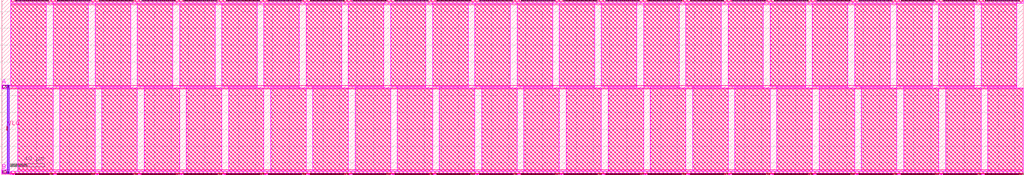
<source format=lef>
VERSION 5.7 ;
  NOWIREEXTENSIONATPIN ON ;
  DIVIDERCHAR "/" ;
  BUSBITCHARS "[]" ;
MACRO sky130_fd_pr__res_xhigh_po_0p35_FE9J4G
  CLASS BLOCK ;
  FOREIGN sky130_fd_pr__res_xhigh_po_0p35_FE9J4G ;
  ORIGIN 0.740 52.725 ;
  SIZE 1.480 BY 105.450 ;
  OBS
      LAYER pwell ;
        RECT -0.955 52.510 0.955 52.940 ;
        RECT -0.955 -52.510 -0.525 52.510 ;
        RECT 0.525 -52.510 0.955 52.510 ;
        RECT -0.955 -52.940 0.955 -52.510 ;
      LAYER li1 ;
        RECT -0.825 52.640 0.825 52.810 ;
        RECT -0.825 -52.640 -0.655 52.640 ;
        RECT -0.175 50.000 0.175 52.160 ;
        RECT -0.175 -52.160 0.175 -50.000 ;
        RECT 0.655 -52.640 0.825 52.640 ;
        RECT -0.825 -52.810 0.825 -52.640 ;
      LAYER mcon ;
        RECT -0.085 51.890 0.085 52.060 ;
        RECT -0.085 51.530 0.085 51.700 ;
        RECT -0.085 51.170 0.085 51.340 ;
        RECT -0.085 50.810 0.085 50.980 ;
        RECT -0.085 50.450 0.085 50.620 ;
        RECT -0.085 50.090 0.085 50.260 ;
        RECT -0.085 -50.265 0.085 -50.095 ;
        RECT -0.085 -50.625 0.085 -50.455 ;
        RECT -0.085 -50.985 0.085 -50.815 ;
        RECT -0.085 -51.345 0.085 -51.175 ;
        RECT -0.085 -51.705 0.085 -51.535 ;
        RECT -0.085 -52.065 0.085 -51.895 ;
      LAYER met1 ;
        RECT -0.125 50.025 0.125 52.130 ;
        RECT -0.125 -52.130 0.125 -50.025 ;
  END
END sky130_fd_pr__res_xhigh_po_0p35_FE9J4G
MACRO largecap1
  CLASS BLOCK ;
  FOREIGN largecap1 ;
  ORIGIN -219.000 -26.000 ;
  SIZE 1211.000 BY 208.000 ;
  PIN A
    PORT
      LAYER met5 ;
        RECT 219.000 128.000 219.950 133.000 ;
    END
  END A
  PIN VLO
    PORT
      LAYER met4 ;
        RECT 225.200 78.750 225.800 83.750 ;
    END
  END VLO
  PIN B
    PORT
      LAYER met5 ;
        RECT 219.000 27.000 219.950 32.000 ;
    END
  END B
  OBS
      LAYER pwell ;
        RECT 226.050 132.500 227.960 132.930 ;
        RECT 226.050 27.480 226.480 132.500 ;
        RECT 227.530 27.480 227.960 132.500 ;
        RECT 226.050 27.050 227.960 27.480 ;
      LAYER li1 ;
        RECT 226.180 132.630 227.830 132.800 ;
        RECT 226.180 83.750 226.350 132.630 ;
        RECT 226.830 129.990 227.180 132.150 ;
        RECT 225.700 78.750 226.350 83.750 ;
        RECT 226.180 27.350 226.350 78.750 ;
        RECT 226.830 27.830 227.180 29.990 ;
        RECT 227.660 27.350 227.830 132.630 ;
        RECT 226.180 27.180 227.830 27.350 ;
      LAYER mcon ;
        RECT 226.920 131.885 227.090 132.055 ;
        RECT 226.920 131.525 227.090 131.695 ;
        RECT 226.920 131.165 227.090 131.335 ;
        RECT 226.920 130.805 227.090 130.975 ;
        RECT 226.920 130.445 227.090 130.615 ;
        RECT 226.920 130.085 227.090 130.255 ;
        RECT 225.915 83.325 226.085 83.495 ;
        RECT 225.915 82.965 226.085 83.135 ;
        RECT 225.915 82.605 226.085 82.775 ;
        RECT 225.915 82.245 226.085 82.415 ;
        RECT 225.915 81.885 226.085 82.055 ;
        RECT 225.915 81.525 226.085 81.695 ;
        RECT 225.915 81.165 226.085 81.335 ;
        RECT 225.915 80.805 226.085 80.975 ;
        RECT 225.915 80.445 226.085 80.615 ;
        RECT 225.915 80.085 226.085 80.255 ;
        RECT 225.915 79.725 226.085 79.895 ;
        RECT 225.915 79.365 226.085 79.535 ;
        RECT 225.915 79.005 226.085 79.175 ;
        RECT 226.920 29.730 227.090 29.900 ;
        RECT 226.920 29.370 227.090 29.540 ;
        RECT 226.920 29.010 227.090 29.180 ;
        RECT 226.920 28.650 227.090 28.820 ;
        RECT 226.920 28.290 227.090 28.460 ;
        RECT 226.920 27.930 227.090 28.100 ;
      LAYER met1 ;
        RECT 226.800 130.000 227.200 132.200 ;
        RECT 225.700 78.750 226.300 83.750 ;
        RECT 226.800 27.800 227.200 30.000 ;
      LAYER via ;
        RECT 226.870 131.770 227.130 132.030 ;
        RECT 226.870 131.450 227.130 131.710 ;
        RECT 226.870 131.130 227.130 131.390 ;
        RECT 226.870 130.810 227.130 131.070 ;
        RECT 226.870 130.490 227.130 130.750 ;
        RECT 226.870 130.170 227.130 130.430 ;
        RECT 225.870 83.360 226.130 83.620 ;
        RECT 225.870 83.040 226.130 83.300 ;
        RECT 225.870 82.720 226.130 82.980 ;
        RECT 225.870 82.400 226.130 82.660 ;
        RECT 225.870 82.080 226.130 82.340 ;
        RECT 225.870 81.760 226.130 82.020 ;
        RECT 225.870 81.440 226.130 81.700 ;
        RECT 225.870 81.120 226.130 81.380 ;
        RECT 225.870 80.800 226.130 81.060 ;
        RECT 225.870 80.480 226.130 80.740 ;
        RECT 225.870 80.160 226.130 80.420 ;
        RECT 225.870 79.840 226.130 80.100 ;
        RECT 225.870 79.520 226.130 79.780 ;
        RECT 225.870 79.200 226.130 79.460 ;
        RECT 225.870 78.880 226.130 79.140 ;
        RECT 226.870 29.570 227.130 29.830 ;
        RECT 226.870 29.250 227.130 29.510 ;
        RECT 226.870 28.930 227.130 29.190 ;
        RECT 226.870 28.610 227.130 28.870 ;
        RECT 226.870 28.290 227.130 28.550 ;
        RECT 226.870 27.970 227.130 28.230 ;
      LAYER met2 ;
        RECT 226.650 130.000 227.350 132.200 ;
        RECT 225.700 78.750 226.300 83.750 ;
        RECT 226.650 27.800 227.350 30.000 ;
      LAYER via2 ;
        RECT 226.860 131.760 227.140 132.040 ;
        RECT 226.860 131.360 227.140 131.640 ;
        RECT 226.860 130.960 227.140 131.240 ;
        RECT 226.860 130.560 227.140 130.840 ;
        RECT 226.860 130.160 227.140 130.440 ;
        RECT 225.860 83.310 226.140 83.590 ;
        RECT 225.860 82.910 226.140 83.190 ;
        RECT 225.860 82.510 226.140 82.790 ;
        RECT 225.860 82.110 226.140 82.390 ;
        RECT 225.860 81.710 226.140 81.990 ;
        RECT 225.860 81.310 226.140 81.590 ;
        RECT 225.860 80.910 226.140 81.190 ;
        RECT 225.860 80.510 226.140 80.790 ;
        RECT 225.860 80.110 226.140 80.390 ;
        RECT 225.860 79.710 226.140 79.990 ;
        RECT 225.860 79.310 226.140 79.590 ;
        RECT 225.860 78.910 226.140 79.190 ;
        RECT 226.860 29.560 227.140 29.840 ;
        RECT 226.860 29.160 227.140 29.440 ;
        RECT 226.860 28.760 227.140 29.040 ;
        RECT 226.860 28.360 227.140 28.640 ;
        RECT 226.860 27.960 227.140 28.240 ;
      LAYER met3 ;
        RECT 230.000 230.000 1430.000 234.000 ;
        RECT 226.650 130.000 227.350 132.200 ;
        RECT 230.000 131.000 272.000 230.000 ;
        RECT 280.000 131.000 322.000 230.000 ;
        RECT 330.000 131.000 372.000 230.000 ;
        RECT 380.000 131.000 422.000 230.000 ;
        RECT 430.000 131.000 472.000 230.000 ;
        RECT 480.000 131.000 522.000 230.000 ;
        RECT 530.000 131.000 572.000 230.000 ;
        RECT 580.000 131.000 622.000 230.000 ;
        RECT 630.000 131.000 672.000 230.000 ;
        RECT 680.000 131.000 722.000 230.000 ;
        RECT 730.000 131.000 772.000 230.000 ;
        RECT 780.000 131.000 822.000 230.000 ;
        RECT 830.000 131.000 872.000 230.000 ;
        RECT 880.000 131.000 922.000 230.000 ;
        RECT 930.000 131.000 972.000 230.000 ;
        RECT 980.000 131.000 1022.000 230.000 ;
        RECT 1030.000 131.000 1072.000 230.000 ;
        RECT 1080.000 131.000 1122.000 230.000 ;
        RECT 1130.000 131.000 1172.000 230.000 ;
        RECT 1180.000 131.000 1222.000 230.000 ;
        RECT 1230.000 131.000 1272.000 230.000 ;
        RECT 1280.000 131.000 1322.000 230.000 ;
        RECT 1330.000 131.000 1372.000 230.000 ;
        RECT 1380.000 131.000 1422.000 230.000 ;
        RECT 238.000 129.000 272.000 131.000 ;
        RECT 288.000 129.000 322.000 131.000 ;
        RECT 338.000 129.000 372.000 131.000 ;
        RECT 388.000 129.000 422.000 131.000 ;
        RECT 438.000 129.000 472.000 131.000 ;
        RECT 488.000 129.000 522.000 131.000 ;
        RECT 538.000 129.000 572.000 131.000 ;
        RECT 588.000 129.000 622.000 131.000 ;
        RECT 638.000 129.000 672.000 131.000 ;
        RECT 688.000 129.000 722.000 131.000 ;
        RECT 738.000 129.000 772.000 131.000 ;
        RECT 788.000 129.000 822.000 131.000 ;
        RECT 838.000 129.000 872.000 131.000 ;
        RECT 888.000 129.000 922.000 131.000 ;
        RECT 938.000 129.000 972.000 131.000 ;
        RECT 988.000 129.000 1022.000 131.000 ;
        RECT 1038.000 129.000 1072.000 131.000 ;
        RECT 1088.000 129.000 1122.000 131.000 ;
        RECT 1138.000 129.000 1172.000 131.000 ;
        RECT 1188.000 129.000 1222.000 131.000 ;
        RECT 1238.000 129.000 1272.000 131.000 ;
        RECT 1288.000 129.000 1322.000 131.000 ;
        RECT 1338.000 129.000 1372.000 131.000 ;
        RECT 1388.000 129.000 1422.000 131.000 ;
        RECT 225.700 78.750 226.300 83.750 ;
        RECT 238.000 30.000 280.000 129.000 ;
        RECT 288.000 30.000 330.000 129.000 ;
        RECT 338.000 30.000 380.000 129.000 ;
        RECT 388.000 30.000 430.000 129.000 ;
        RECT 438.000 30.000 480.000 129.000 ;
        RECT 488.000 30.000 530.000 129.000 ;
        RECT 538.000 30.000 580.000 129.000 ;
        RECT 588.000 30.000 630.000 129.000 ;
        RECT 638.000 30.000 680.000 129.000 ;
        RECT 688.000 30.000 730.000 129.000 ;
        RECT 738.000 30.000 780.000 129.000 ;
        RECT 788.000 30.000 830.000 129.000 ;
        RECT 838.000 30.000 880.000 129.000 ;
        RECT 888.000 30.000 930.000 129.000 ;
        RECT 938.000 30.000 980.000 129.000 ;
        RECT 988.000 30.000 1030.000 129.000 ;
        RECT 1038.000 30.000 1080.000 129.000 ;
        RECT 1088.000 30.000 1130.000 129.000 ;
        RECT 1138.000 30.000 1180.000 129.000 ;
        RECT 1188.000 30.000 1230.000 129.000 ;
        RECT 1238.000 30.000 1280.000 129.000 ;
        RECT 1288.000 30.000 1330.000 129.000 ;
        RECT 1338.000 30.000 1380.000 129.000 ;
        RECT 1388.000 30.000 1430.000 129.000 ;
        RECT 226.650 27.800 227.350 30.000 ;
        RECT 230.000 26.000 1430.000 30.000 ;
      LAYER via3 ;
        RECT 235.040 232.240 274.960 233.760 ;
        RECT 285.040 232.240 324.960 233.760 ;
        RECT 335.040 232.240 374.960 233.760 ;
        RECT 385.040 232.240 424.960 233.760 ;
        RECT 435.040 232.240 474.960 233.760 ;
        RECT 485.040 232.240 524.960 233.760 ;
        RECT 535.040 232.240 574.960 233.760 ;
        RECT 585.040 232.240 624.960 233.760 ;
        RECT 635.040 232.240 674.960 233.760 ;
        RECT 685.040 232.240 724.960 233.760 ;
        RECT 735.040 232.240 774.960 233.760 ;
        RECT 785.040 232.240 824.960 233.760 ;
        RECT 835.040 232.240 874.960 233.760 ;
        RECT 885.040 232.240 924.960 233.760 ;
        RECT 935.040 232.240 974.960 233.760 ;
        RECT 985.040 232.240 1024.960 233.760 ;
        RECT 1035.040 232.240 1074.960 233.760 ;
        RECT 1085.040 232.240 1124.960 233.760 ;
        RECT 1135.040 232.240 1174.960 233.760 ;
        RECT 1185.040 232.240 1224.960 233.760 ;
        RECT 1235.040 232.240 1274.960 233.760 ;
        RECT 1285.040 232.240 1324.960 233.760 ;
        RECT 1335.040 232.240 1374.960 233.760 ;
        RECT 1385.040 232.240 1424.960 233.760 ;
        RECT 226.840 131.740 227.160 132.060 ;
        RECT 226.840 131.340 227.160 131.660 ;
        RECT 226.840 130.940 227.160 131.260 ;
        RECT 226.840 130.540 227.160 130.860 ;
        RECT 226.840 130.140 227.160 130.460 ;
        RECT 225.840 83.290 226.160 83.610 ;
        RECT 225.840 82.890 226.160 83.210 ;
        RECT 225.840 82.490 226.160 82.810 ;
        RECT 225.840 82.090 226.160 82.410 ;
        RECT 225.840 81.690 226.160 82.010 ;
        RECT 225.840 81.290 226.160 81.610 ;
        RECT 225.840 80.890 226.160 81.210 ;
        RECT 225.840 80.490 226.160 80.810 ;
        RECT 225.840 80.090 226.160 80.410 ;
        RECT 225.840 79.690 226.160 80.010 ;
        RECT 225.840 79.290 226.160 79.610 ;
        RECT 225.840 78.890 226.160 79.210 ;
        RECT 226.840 29.540 227.160 29.860 ;
        RECT 226.840 29.140 227.160 29.460 ;
        RECT 226.840 28.740 227.160 29.060 ;
        RECT 226.840 28.340 227.160 28.660 ;
        RECT 226.840 27.940 227.160 28.260 ;
        RECT 235.040 26.240 279.760 27.760 ;
        RECT 285.040 26.240 329.760 27.760 ;
        RECT 335.040 26.240 379.760 27.760 ;
        RECT 385.040 26.240 429.760 27.760 ;
        RECT 435.040 26.240 479.760 27.760 ;
        RECT 485.040 26.240 529.760 27.760 ;
        RECT 535.040 26.240 579.760 27.760 ;
        RECT 585.040 26.240 629.760 27.760 ;
        RECT 635.040 26.240 679.760 27.760 ;
        RECT 685.040 26.240 729.760 27.760 ;
        RECT 735.040 26.240 779.760 27.760 ;
        RECT 785.040 26.240 829.760 27.760 ;
        RECT 835.040 26.240 879.760 27.760 ;
        RECT 885.040 26.240 929.760 27.760 ;
        RECT 935.040 26.240 979.760 27.760 ;
        RECT 985.040 26.240 1029.760 27.760 ;
        RECT 1035.040 26.240 1079.760 27.760 ;
        RECT 1085.040 26.240 1129.760 27.760 ;
        RECT 1135.040 26.240 1179.760 27.760 ;
        RECT 1185.040 26.240 1229.760 27.760 ;
        RECT 1235.040 26.240 1279.760 27.760 ;
        RECT 1285.040 26.240 1329.760 27.760 ;
        RECT 1335.040 26.240 1379.760 27.760 ;
        RECT 1385.040 26.240 1429.760 27.760 ;
      LAYER met4 ;
        RECT 230.000 232.000 1430.000 234.000 ;
        RECT 230.000 228.000 1422.000 230.000 ;
        RECT 219.000 132.000 228.000 133.000 ;
        RECT 230.000 132.000 272.000 228.000 ;
        RECT 280.000 132.000 322.000 228.000 ;
        RECT 330.000 132.000 372.000 228.000 ;
        RECT 380.000 132.000 422.000 228.000 ;
        RECT 430.000 132.000 472.000 228.000 ;
        RECT 480.000 132.000 522.000 228.000 ;
        RECT 530.000 132.000 572.000 228.000 ;
        RECT 580.000 132.000 622.000 228.000 ;
        RECT 630.000 132.000 672.000 228.000 ;
        RECT 680.000 132.000 722.000 228.000 ;
        RECT 730.000 132.000 772.000 228.000 ;
        RECT 780.000 132.000 822.000 228.000 ;
        RECT 830.000 132.000 872.000 228.000 ;
        RECT 880.000 132.000 922.000 228.000 ;
        RECT 930.000 132.000 972.000 228.000 ;
        RECT 980.000 132.000 1022.000 228.000 ;
        RECT 1030.000 132.000 1072.000 228.000 ;
        RECT 1080.000 132.000 1122.000 228.000 ;
        RECT 1130.000 132.000 1172.000 228.000 ;
        RECT 1180.000 132.000 1222.000 228.000 ;
        RECT 1230.000 132.000 1272.000 228.000 ;
        RECT 1280.000 132.000 1322.000 228.000 ;
        RECT 1330.000 132.000 1372.000 228.000 ;
        RECT 1380.000 132.000 1422.000 228.000 ;
        RECT 219.000 129.000 1422.000 132.000 ;
        RECT 219.000 128.000 1430.000 129.000 ;
        RECT 225.800 78.750 226.300 83.750 ;
        RECT 238.000 32.000 280.000 128.000 ;
        RECT 288.000 32.000 330.000 128.000 ;
        RECT 338.000 32.000 380.000 128.000 ;
        RECT 388.000 32.000 430.000 128.000 ;
        RECT 438.000 32.000 480.000 128.000 ;
        RECT 488.000 32.000 530.000 128.000 ;
        RECT 538.000 32.000 580.000 128.000 ;
        RECT 588.000 32.000 630.000 128.000 ;
        RECT 638.000 32.000 680.000 128.000 ;
        RECT 688.000 32.000 730.000 128.000 ;
        RECT 738.000 32.000 780.000 128.000 ;
        RECT 788.000 32.000 830.000 128.000 ;
        RECT 838.000 32.000 880.000 128.000 ;
        RECT 888.000 32.000 930.000 128.000 ;
        RECT 938.000 32.000 980.000 128.000 ;
        RECT 988.000 32.000 1030.000 128.000 ;
        RECT 1038.000 32.000 1080.000 128.000 ;
        RECT 1088.000 32.000 1130.000 128.000 ;
        RECT 1138.000 32.000 1180.000 128.000 ;
        RECT 1188.000 32.000 1230.000 128.000 ;
        RECT 1238.000 32.000 1280.000 128.000 ;
        RECT 1288.000 32.000 1330.000 128.000 ;
        RECT 1338.000 32.000 1380.000 128.000 ;
        RECT 1388.000 32.000 1430.000 128.000 ;
        RECT 219.000 29.000 228.000 32.000 ;
        RECT 238.000 30.000 1430.000 32.000 ;
        RECT 219.000 28.000 230.000 29.000 ;
        RECT 219.000 27.000 1430.000 28.000 ;
        RECT 230.000 26.000 1430.000 27.000 ;
      LAYER via4 ;
        RECT 235.210 232.410 236.390 233.590 ;
        RECT 236.810 232.410 237.990 233.590 ;
        RECT 238.410 232.410 239.590 233.590 ;
        RECT 240.010 232.410 241.190 233.590 ;
        RECT 241.610 232.410 242.790 233.590 ;
        RECT 243.210 232.410 244.390 233.590 ;
        RECT 244.810 232.410 245.990 233.590 ;
        RECT 246.410 232.410 247.590 233.590 ;
        RECT 248.010 232.410 249.190 233.590 ;
        RECT 249.610 232.410 250.790 233.590 ;
        RECT 251.210 232.410 252.390 233.590 ;
        RECT 252.810 232.410 253.990 233.590 ;
        RECT 254.410 232.410 255.590 233.590 ;
        RECT 256.010 232.410 257.190 233.590 ;
        RECT 257.610 232.410 258.790 233.590 ;
        RECT 259.210 232.410 260.390 233.590 ;
        RECT 260.810 232.410 261.990 233.590 ;
        RECT 262.410 232.410 263.590 233.590 ;
        RECT 264.010 232.410 265.190 233.590 ;
        RECT 265.610 232.410 266.790 233.590 ;
        RECT 267.210 232.410 268.390 233.590 ;
        RECT 268.810 232.410 269.990 233.590 ;
        RECT 270.410 232.410 271.590 233.590 ;
        RECT 272.010 232.410 273.190 233.590 ;
        RECT 273.610 232.410 274.790 233.590 ;
        RECT 285.210 232.410 286.390 233.590 ;
        RECT 286.810 232.410 287.990 233.590 ;
        RECT 288.410 232.410 289.590 233.590 ;
        RECT 290.010 232.410 291.190 233.590 ;
        RECT 291.610 232.410 292.790 233.590 ;
        RECT 293.210 232.410 294.390 233.590 ;
        RECT 294.810 232.410 295.990 233.590 ;
        RECT 296.410 232.410 297.590 233.590 ;
        RECT 298.010 232.410 299.190 233.590 ;
        RECT 299.610 232.410 300.790 233.590 ;
        RECT 301.210 232.410 302.390 233.590 ;
        RECT 302.810 232.410 303.990 233.590 ;
        RECT 304.410 232.410 305.590 233.590 ;
        RECT 306.010 232.410 307.190 233.590 ;
        RECT 307.610 232.410 308.790 233.590 ;
        RECT 309.210 232.410 310.390 233.590 ;
        RECT 310.810 232.410 311.990 233.590 ;
        RECT 312.410 232.410 313.590 233.590 ;
        RECT 314.010 232.410 315.190 233.590 ;
        RECT 315.610 232.410 316.790 233.590 ;
        RECT 317.210 232.410 318.390 233.590 ;
        RECT 318.810 232.410 319.990 233.590 ;
        RECT 320.410 232.410 321.590 233.590 ;
        RECT 322.010 232.410 323.190 233.590 ;
        RECT 323.610 232.410 324.790 233.590 ;
        RECT 335.210 232.410 336.390 233.590 ;
        RECT 336.810 232.410 337.990 233.590 ;
        RECT 338.410 232.410 339.590 233.590 ;
        RECT 340.010 232.410 341.190 233.590 ;
        RECT 341.610 232.410 342.790 233.590 ;
        RECT 343.210 232.410 344.390 233.590 ;
        RECT 344.810 232.410 345.990 233.590 ;
        RECT 346.410 232.410 347.590 233.590 ;
        RECT 348.010 232.410 349.190 233.590 ;
        RECT 349.610 232.410 350.790 233.590 ;
        RECT 351.210 232.410 352.390 233.590 ;
        RECT 352.810 232.410 353.990 233.590 ;
        RECT 354.410 232.410 355.590 233.590 ;
        RECT 356.010 232.410 357.190 233.590 ;
        RECT 357.610 232.410 358.790 233.590 ;
        RECT 359.210 232.410 360.390 233.590 ;
        RECT 360.810 232.410 361.990 233.590 ;
        RECT 362.410 232.410 363.590 233.590 ;
        RECT 364.010 232.410 365.190 233.590 ;
        RECT 365.610 232.410 366.790 233.590 ;
        RECT 367.210 232.410 368.390 233.590 ;
        RECT 368.810 232.410 369.990 233.590 ;
        RECT 370.410 232.410 371.590 233.590 ;
        RECT 372.010 232.410 373.190 233.590 ;
        RECT 373.610 232.410 374.790 233.590 ;
        RECT 385.210 232.410 386.390 233.590 ;
        RECT 386.810 232.410 387.990 233.590 ;
        RECT 388.410 232.410 389.590 233.590 ;
        RECT 390.010 232.410 391.190 233.590 ;
        RECT 391.610 232.410 392.790 233.590 ;
        RECT 393.210 232.410 394.390 233.590 ;
        RECT 394.810 232.410 395.990 233.590 ;
        RECT 396.410 232.410 397.590 233.590 ;
        RECT 398.010 232.410 399.190 233.590 ;
        RECT 399.610 232.410 400.790 233.590 ;
        RECT 401.210 232.410 402.390 233.590 ;
        RECT 402.810 232.410 403.990 233.590 ;
        RECT 404.410 232.410 405.590 233.590 ;
        RECT 406.010 232.410 407.190 233.590 ;
        RECT 407.610 232.410 408.790 233.590 ;
        RECT 409.210 232.410 410.390 233.590 ;
        RECT 410.810 232.410 411.990 233.590 ;
        RECT 412.410 232.410 413.590 233.590 ;
        RECT 414.010 232.410 415.190 233.590 ;
        RECT 415.610 232.410 416.790 233.590 ;
        RECT 417.210 232.410 418.390 233.590 ;
        RECT 418.810 232.410 419.990 233.590 ;
        RECT 420.410 232.410 421.590 233.590 ;
        RECT 422.010 232.410 423.190 233.590 ;
        RECT 423.610 232.410 424.790 233.590 ;
        RECT 435.210 232.410 436.390 233.590 ;
        RECT 436.810 232.410 437.990 233.590 ;
        RECT 438.410 232.410 439.590 233.590 ;
        RECT 440.010 232.410 441.190 233.590 ;
        RECT 441.610 232.410 442.790 233.590 ;
        RECT 443.210 232.410 444.390 233.590 ;
        RECT 444.810 232.410 445.990 233.590 ;
        RECT 446.410 232.410 447.590 233.590 ;
        RECT 448.010 232.410 449.190 233.590 ;
        RECT 449.610 232.410 450.790 233.590 ;
        RECT 451.210 232.410 452.390 233.590 ;
        RECT 452.810 232.410 453.990 233.590 ;
        RECT 454.410 232.410 455.590 233.590 ;
        RECT 456.010 232.410 457.190 233.590 ;
        RECT 457.610 232.410 458.790 233.590 ;
        RECT 459.210 232.410 460.390 233.590 ;
        RECT 460.810 232.410 461.990 233.590 ;
        RECT 462.410 232.410 463.590 233.590 ;
        RECT 464.010 232.410 465.190 233.590 ;
        RECT 465.610 232.410 466.790 233.590 ;
        RECT 467.210 232.410 468.390 233.590 ;
        RECT 468.810 232.410 469.990 233.590 ;
        RECT 470.410 232.410 471.590 233.590 ;
        RECT 472.010 232.410 473.190 233.590 ;
        RECT 473.610 232.410 474.790 233.590 ;
        RECT 485.210 232.410 486.390 233.590 ;
        RECT 486.810 232.410 487.990 233.590 ;
        RECT 488.410 232.410 489.590 233.590 ;
        RECT 490.010 232.410 491.190 233.590 ;
        RECT 491.610 232.410 492.790 233.590 ;
        RECT 493.210 232.410 494.390 233.590 ;
        RECT 494.810 232.410 495.990 233.590 ;
        RECT 496.410 232.410 497.590 233.590 ;
        RECT 498.010 232.410 499.190 233.590 ;
        RECT 499.610 232.410 500.790 233.590 ;
        RECT 501.210 232.410 502.390 233.590 ;
        RECT 502.810 232.410 503.990 233.590 ;
        RECT 504.410 232.410 505.590 233.590 ;
        RECT 506.010 232.410 507.190 233.590 ;
        RECT 507.610 232.410 508.790 233.590 ;
        RECT 509.210 232.410 510.390 233.590 ;
        RECT 510.810 232.410 511.990 233.590 ;
        RECT 512.410 232.410 513.590 233.590 ;
        RECT 514.010 232.410 515.190 233.590 ;
        RECT 515.610 232.410 516.790 233.590 ;
        RECT 517.210 232.410 518.390 233.590 ;
        RECT 518.810 232.410 519.990 233.590 ;
        RECT 520.410 232.410 521.590 233.590 ;
        RECT 522.010 232.410 523.190 233.590 ;
        RECT 523.610 232.410 524.790 233.590 ;
        RECT 535.210 232.410 536.390 233.590 ;
        RECT 536.810 232.410 537.990 233.590 ;
        RECT 538.410 232.410 539.590 233.590 ;
        RECT 540.010 232.410 541.190 233.590 ;
        RECT 541.610 232.410 542.790 233.590 ;
        RECT 543.210 232.410 544.390 233.590 ;
        RECT 544.810 232.410 545.990 233.590 ;
        RECT 546.410 232.410 547.590 233.590 ;
        RECT 548.010 232.410 549.190 233.590 ;
        RECT 549.610 232.410 550.790 233.590 ;
        RECT 551.210 232.410 552.390 233.590 ;
        RECT 552.810 232.410 553.990 233.590 ;
        RECT 554.410 232.410 555.590 233.590 ;
        RECT 556.010 232.410 557.190 233.590 ;
        RECT 557.610 232.410 558.790 233.590 ;
        RECT 559.210 232.410 560.390 233.590 ;
        RECT 560.810 232.410 561.990 233.590 ;
        RECT 562.410 232.410 563.590 233.590 ;
        RECT 564.010 232.410 565.190 233.590 ;
        RECT 565.610 232.410 566.790 233.590 ;
        RECT 567.210 232.410 568.390 233.590 ;
        RECT 568.810 232.410 569.990 233.590 ;
        RECT 570.410 232.410 571.590 233.590 ;
        RECT 572.010 232.410 573.190 233.590 ;
        RECT 573.610 232.410 574.790 233.590 ;
        RECT 585.210 232.410 586.390 233.590 ;
        RECT 586.810 232.410 587.990 233.590 ;
        RECT 588.410 232.410 589.590 233.590 ;
        RECT 590.010 232.410 591.190 233.590 ;
        RECT 591.610 232.410 592.790 233.590 ;
        RECT 593.210 232.410 594.390 233.590 ;
        RECT 594.810 232.410 595.990 233.590 ;
        RECT 596.410 232.410 597.590 233.590 ;
        RECT 598.010 232.410 599.190 233.590 ;
        RECT 599.610 232.410 600.790 233.590 ;
        RECT 601.210 232.410 602.390 233.590 ;
        RECT 602.810 232.410 603.990 233.590 ;
        RECT 604.410 232.410 605.590 233.590 ;
        RECT 606.010 232.410 607.190 233.590 ;
        RECT 607.610 232.410 608.790 233.590 ;
        RECT 609.210 232.410 610.390 233.590 ;
        RECT 610.810 232.410 611.990 233.590 ;
        RECT 612.410 232.410 613.590 233.590 ;
        RECT 614.010 232.410 615.190 233.590 ;
        RECT 615.610 232.410 616.790 233.590 ;
        RECT 617.210 232.410 618.390 233.590 ;
        RECT 618.810 232.410 619.990 233.590 ;
        RECT 620.410 232.410 621.590 233.590 ;
        RECT 622.010 232.410 623.190 233.590 ;
        RECT 623.610 232.410 624.790 233.590 ;
        RECT 635.210 232.410 636.390 233.590 ;
        RECT 636.810 232.410 637.990 233.590 ;
        RECT 638.410 232.410 639.590 233.590 ;
        RECT 640.010 232.410 641.190 233.590 ;
        RECT 641.610 232.410 642.790 233.590 ;
        RECT 643.210 232.410 644.390 233.590 ;
        RECT 644.810 232.410 645.990 233.590 ;
        RECT 646.410 232.410 647.590 233.590 ;
        RECT 648.010 232.410 649.190 233.590 ;
        RECT 649.610 232.410 650.790 233.590 ;
        RECT 651.210 232.410 652.390 233.590 ;
        RECT 652.810 232.410 653.990 233.590 ;
        RECT 654.410 232.410 655.590 233.590 ;
        RECT 656.010 232.410 657.190 233.590 ;
        RECT 657.610 232.410 658.790 233.590 ;
        RECT 659.210 232.410 660.390 233.590 ;
        RECT 660.810 232.410 661.990 233.590 ;
        RECT 662.410 232.410 663.590 233.590 ;
        RECT 664.010 232.410 665.190 233.590 ;
        RECT 665.610 232.410 666.790 233.590 ;
        RECT 667.210 232.410 668.390 233.590 ;
        RECT 668.810 232.410 669.990 233.590 ;
        RECT 670.410 232.410 671.590 233.590 ;
        RECT 672.010 232.410 673.190 233.590 ;
        RECT 673.610 232.410 674.790 233.590 ;
        RECT 685.210 232.410 686.390 233.590 ;
        RECT 686.810 232.410 687.990 233.590 ;
        RECT 688.410 232.410 689.590 233.590 ;
        RECT 690.010 232.410 691.190 233.590 ;
        RECT 691.610 232.410 692.790 233.590 ;
        RECT 693.210 232.410 694.390 233.590 ;
        RECT 694.810 232.410 695.990 233.590 ;
        RECT 696.410 232.410 697.590 233.590 ;
        RECT 698.010 232.410 699.190 233.590 ;
        RECT 699.610 232.410 700.790 233.590 ;
        RECT 701.210 232.410 702.390 233.590 ;
        RECT 702.810 232.410 703.990 233.590 ;
        RECT 704.410 232.410 705.590 233.590 ;
        RECT 706.010 232.410 707.190 233.590 ;
        RECT 707.610 232.410 708.790 233.590 ;
        RECT 709.210 232.410 710.390 233.590 ;
        RECT 710.810 232.410 711.990 233.590 ;
        RECT 712.410 232.410 713.590 233.590 ;
        RECT 714.010 232.410 715.190 233.590 ;
        RECT 715.610 232.410 716.790 233.590 ;
        RECT 717.210 232.410 718.390 233.590 ;
        RECT 718.810 232.410 719.990 233.590 ;
        RECT 720.410 232.410 721.590 233.590 ;
        RECT 722.010 232.410 723.190 233.590 ;
        RECT 723.610 232.410 724.790 233.590 ;
        RECT 735.210 232.410 736.390 233.590 ;
        RECT 736.810 232.410 737.990 233.590 ;
        RECT 738.410 232.410 739.590 233.590 ;
        RECT 740.010 232.410 741.190 233.590 ;
        RECT 741.610 232.410 742.790 233.590 ;
        RECT 743.210 232.410 744.390 233.590 ;
        RECT 744.810 232.410 745.990 233.590 ;
        RECT 746.410 232.410 747.590 233.590 ;
        RECT 748.010 232.410 749.190 233.590 ;
        RECT 749.610 232.410 750.790 233.590 ;
        RECT 751.210 232.410 752.390 233.590 ;
        RECT 752.810 232.410 753.990 233.590 ;
        RECT 754.410 232.410 755.590 233.590 ;
        RECT 756.010 232.410 757.190 233.590 ;
        RECT 757.610 232.410 758.790 233.590 ;
        RECT 759.210 232.410 760.390 233.590 ;
        RECT 760.810 232.410 761.990 233.590 ;
        RECT 762.410 232.410 763.590 233.590 ;
        RECT 764.010 232.410 765.190 233.590 ;
        RECT 765.610 232.410 766.790 233.590 ;
        RECT 767.210 232.410 768.390 233.590 ;
        RECT 768.810 232.410 769.990 233.590 ;
        RECT 770.410 232.410 771.590 233.590 ;
        RECT 772.010 232.410 773.190 233.590 ;
        RECT 773.610 232.410 774.790 233.590 ;
        RECT 785.210 232.410 786.390 233.590 ;
        RECT 786.810 232.410 787.990 233.590 ;
        RECT 788.410 232.410 789.590 233.590 ;
        RECT 790.010 232.410 791.190 233.590 ;
        RECT 791.610 232.410 792.790 233.590 ;
        RECT 793.210 232.410 794.390 233.590 ;
        RECT 794.810 232.410 795.990 233.590 ;
        RECT 796.410 232.410 797.590 233.590 ;
        RECT 798.010 232.410 799.190 233.590 ;
        RECT 799.610 232.410 800.790 233.590 ;
        RECT 801.210 232.410 802.390 233.590 ;
        RECT 802.810 232.410 803.990 233.590 ;
        RECT 804.410 232.410 805.590 233.590 ;
        RECT 806.010 232.410 807.190 233.590 ;
        RECT 807.610 232.410 808.790 233.590 ;
        RECT 809.210 232.410 810.390 233.590 ;
        RECT 810.810 232.410 811.990 233.590 ;
        RECT 812.410 232.410 813.590 233.590 ;
        RECT 814.010 232.410 815.190 233.590 ;
        RECT 815.610 232.410 816.790 233.590 ;
        RECT 817.210 232.410 818.390 233.590 ;
        RECT 818.810 232.410 819.990 233.590 ;
        RECT 820.410 232.410 821.590 233.590 ;
        RECT 822.010 232.410 823.190 233.590 ;
        RECT 823.610 232.410 824.790 233.590 ;
        RECT 835.210 232.410 836.390 233.590 ;
        RECT 836.810 232.410 837.990 233.590 ;
        RECT 838.410 232.410 839.590 233.590 ;
        RECT 840.010 232.410 841.190 233.590 ;
        RECT 841.610 232.410 842.790 233.590 ;
        RECT 843.210 232.410 844.390 233.590 ;
        RECT 844.810 232.410 845.990 233.590 ;
        RECT 846.410 232.410 847.590 233.590 ;
        RECT 848.010 232.410 849.190 233.590 ;
        RECT 849.610 232.410 850.790 233.590 ;
        RECT 851.210 232.410 852.390 233.590 ;
        RECT 852.810 232.410 853.990 233.590 ;
        RECT 854.410 232.410 855.590 233.590 ;
        RECT 856.010 232.410 857.190 233.590 ;
        RECT 857.610 232.410 858.790 233.590 ;
        RECT 859.210 232.410 860.390 233.590 ;
        RECT 860.810 232.410 861.990 233.590 ;
        RECT 862.410 232.410 863.590 233.590 ;
        RECT 864.010 232.410 865.190 233.590 ;
        RECT 865.610 232.410 866.790 233.590 ;
        RECT 867.210 232.410 868.390 233.590 ;
        RECT 868.810 232.410 869.990 233.590 ;
        RECT 870.410 232.410 871.590 233.590 ;
        RECT 872.010 232.410 873.190 233.590 ;
        RECT 873.610 232.410 874.790 233.590 ;
        RECT 885.210 232.410 886.390 233.590 ;
        RECT 886.810 232.410 887.990 233.590 ;
        RECT 888.410 232.410 889.590 233.590 ;
        RECT 890.010 232.410 891.190 233.590 ;
        RECT 891.610 232.410 892.790 233.590 ;
        RECT 893.210 232.410 894.390 233.590 ;
        RECT 894.810 232.410 895.990 233.590 ;
        RECT 896.410 232.410 897.590 233.590 ;
        RECT 898.010 232.410 899.190 233.590 ;
        RECT 899.610 232.410 900.790 233.590 ;
        RECT 901.210 232.410 902.390 233.590 ;
        RECT 902.810 232.410 903.990 233.590 ;
        RECT 904.410 232.410 905.590 233.590 ;
        RECT 906.010 232.410 907.190 233.590 ;
        RECT 907.610 232.410 908.790 233.590 ;
        RECT 909.210 232.410 910.390 233.590 ;
        RECT 910.810 232.410 911.990 233.590 ;
        RECT 912.410 232.410 913.590 233.590 ;
        RECT 914.010 232.410 915.190 233.590 ;
        RECT 915.610 232.410 916.790 233.590 ;
        RECT 917.210 232.410 918.390 233.590 ;
        RECT 918.810 232.410 919.990 233.590 ;
        RECT 920.410 232.410 921.590 233.590 ;
        RECT 922.010 232.410 923.190 233.590 ;
        RECT 923.610 232.410 924.790 233.590 ;
        RECT 935.210 232.410 936.390 233.590 ;
        RECT 936.810 232.410 937.990 233.590 ;
        RECT 938.410 232.410 939.590 233.590 ;
        RECT 940.010 232.410 941.190 233.590 ;
        RECT 941.610 232.410 942.790 233.590 ;
        RECT 943.210 232.410 944.390 233.590 ;
        RECT 944.810 232.410 945.990 233.590 ;
        RECT 946.410 232.410 947.590 233.590 ;
        RECT 948.010 232.410 949.190 233.590 ;
        RECT 949.610 232.410 950.790 233.590 ;
        RECT 951.210 232.410 952.390 233.590 ;
        RECT 952.810 232.410 953.990 233.590 ;
        RECT 954.410 232.410 955.590 233.590 ;
        RECT 956.010 232.410 957.190 233.590 ;
        RECT 957.610 232.410 958.790 233.590 ;
        RECT 959.210 232.410 960.390 233.590 ;
        RECT 960.810 232.410 961.990 233.590 ;
        RECT 962.410 232.410 963.590 233.590 ;
        RECT 964.010 232.410 965.190 233.590 ;
        RECT 965.610 232.410 966.790 233.590 ;
        RECT 967.210 232.410 968.390 233.590 ;
        RECT 968.810 232.410 969.990 233.590 ;
        RECT 970.410 232.410 971.590 233.590 ;
        RECT 972.010 232.410 973.190 233.590 ;
        RECT 973.610 232.410 974.790 233.590 ;
        RECT 985.210 232.410 986.390 233.590 ;
        RECT 986.810 232.410 987.990 233.590 ;
        RECT 988.410 232.410 989.590 233.590 ;
        RECT 990.010 232.410 991.190 233.590 ;
        RECT 991.610 232.410 992.790 233.590 ;
        RECT 993.210 232.410 994.390 233.590 ;
        RECT 994.810 232.410 995.990 233.590 ;
        RECT 996.410 232.410 997.590 233.590 ;
        RECT 998.010 232.410 999.190 233.590 ;
        RECT 999.610 232.410 1000.790 233.590 ;
        RECT 1001.210 232.410 1002.390 233.590 ;
        RECT 1002.810 232.410 1003.990 233.590 ;
        RECT 1004.410 232.410 1005.590 233.590 ;
        RECT 1006.010 232.410 1007.190 233.590 ;
        RECT 1007.610 232.410 1008.790 233.590 ;
        RECT 1009.210 232.410 1010.390 233.590 ;
        RECT 1010.810 232.410 1011.990 233.590 ;
        RECT 1012.410 232.410 1013.590 233.590 ;
        RECT 1014.010 232.410 1015.190 233.590 ;
        RECT 1015.610 232.410 1016.790 233.590 ;
        RECT 1017.210 232.410 1018.390 233.590 ;
        RECT 1018.810 232.410 1019.990 233.590 ;
        RECT 1020.410 232.410 1021.590 233.590 ;
        RECT 1022.010 232.410 1023.190 233.590 ;
        RECT 1023.610 232.410 1024.790 233.590 ;
        RECT 1035.210 232.410 1036.390 233.590 ;
        RECT 1036.810 232.410 1037.990 233.590 ;
        RECT 1038.410 232.410 1039.590 233.590 ;
        RECT 1040.010 232.410 1041.190 233.590 ;
        RECT 1041.610 232.410 1042.790 233.590 ;
        RECT 1043.210 232.410 1044.390 233.590 ;
        RECT 1044.810 232.410 1045.990 233.590 ;
        RECT 1046.410 232.410 1047.590 233.590 ;
        RECT 1048.010 232.410 1049.190 233.590 ;
        RECT 1049.610 232.410 1050.790 233.590 ;
        RECT 1051.210 232.410 1052.390 233.590 ;
        RECT 1052.810 232.410 1053.990 233.590 ;
        RECT 1054.410 232.410 1055.590 233.590 ;
        RECT 1056.010 232.410 1057.190 233.590 ;
        RECT 1057.610 232.410 1058.790 233.590 ;
        RECT 1059.210 232.410 1060.390 233.590 ;
        RECT 1060.810 232.410 1061.990 233.590 ;
        RECT 1062.410 232.410 1063.590 233.590 ;
        RECT 1064.010 232.410 1065.190 233.590 ;
        RECT 1065.610 232.410 1066.790 233.590 ;
        RECT 1067.210 232.410 1068.390 233.590 ;
        RECT 1068.810 232.410 1069.990 233.590 ;
        RECT 1070.410 232.410 1071.590 233.590 ;
        RECT 1072.010 232.410 1073.190 233.590 ;
        RECT 1073.610 232.410 1074.790 233.590 ;
        RECT 1085.210 232.410 1086.390 233.590 ;
        RECT 1086.810 232.410 1087.990 233.590 ;
        RECT 1088.410 232.410 1089.590 233.590 ;
        RECT 1090.010 232.410 1091.190 233.590 ;
        RECT 1091.610 232.410 1092.790 233.590 ;
        RECT 1093.210 232.410 1094.390 233.590 ;
        RECT 1094.810 232.410 1095.990 233.590 ;
        RECT 1096.410 232.410 1097.590 233.590 ;
        RECT 1098.010 232.410 1099.190 233.590 ;
        RECT 1099.610 232.410 1100.790 233.590 ;
        RECT 1101.210 232.410 1102.390 233.590 ;
        RECT 1102.810 232.410 1103.990 233.590 ;
        RECT 1104.410 232.410 1105.590 233.590 ;
        RECT 1106.010 232.410 1107.190 233.590 ;
        RECT 1107.610 232.410 1108.790 233.590 ;
        RECT 1109.210 232.410 1110.390 233.590 ;
        RECT 1110.810 232.410 1111.990 233.590 ;
        RECT 1112.410 232.410 1113.590 233.590 ;
        RECT 1114.010 232.410 1115.190 233.590 ;
        RECT 1115.610 232.410 1116.790 233.590 ;
        RECT 1117.210 232.410 1118.390 233.590 ;
        RECT 1118.810 232.410 1119.990 233.590 ;
        RECT 1120.410 232.410 1121.590 233.590 ;
        RECT 1122.010 232.410 1123.190 233.590 ;
        RECT 1123.610 232.410 1124.790 233.590 ;
        RECT 1135.210 232.410 1136.390 233.590 ;
        RECT 1136.810 232.410 1137.990 233.590 ;
        RECT 1138.410 232.410 1139.590 233.590 ;
        RECT 1140.010 232.410 1141.190 233.590 ;
        RECT 1141.610 232.410 1142.790 233.590 ;
        RECT 1143.210 232.410 1144.390 233.590 ;
        RECT 1144.810 232.410 1145.990 233.590 ;
        RECT 1146.410 232.410 1147.590 233.590 ;
        RECT 1148.010 232.410 1149.190 233.590 ;
        RECT 1149.610 232.410 1150.790 233.590 ;
        RECT 1151.210 232.410 1152.390 233.590 ;
        RECT 1152.810 232.410 1153.990 233.590 ;
        RECT 1154.410 232.410 1155.590 233.590 ;
        RECT 1156.010 232.410 1157.190 233.590 ;
        RECT 1157.610 232.410 1158.790 233.590 ;
        RECT 1159.210 232.410 1160.390 233.590 ;
        RECT 1160.810 232.410 1161.990 233.590 ;
        RECT 1162.410 232.410 1163.590 233.590 ;
        RECT 1164.010 232.410 1165.190 233.590 ;
        RECT 1165.610 232.410 1166.790 233.590 ;
        RECT 1167.210 232.410 1168.390 233.590 ;
        RECT 1168.810 232.410 1169.990 233.590 ;
        RECT 1170.410 232.410 1171.590 233.590 ;
        RECT 1172.010 232.410 1173.190 233.590 ;
        RECT 1173.610 232.410 1174.790 233.590 ;
        RECT 1185.210 232.410 1186.390 233.590 ;
        RECT 1186.810 232.410 1187.990 233.590 ;
        RECT 1188.410 232.410 1189.590 233.590 ;
        RECT 1190.010 232.410 1191.190 233.590 ;
        RECT 1191.610 232.410 1192.790 233.590 ;
        RECT 1193.210 232.410 1194.390 233.590 ;
        RECT 1194.810 232.410 1195.990 233.590 ;
        RECT 1196.410 232.410 1197.590 233.590 ;
        RECT 1198.010 232.410 1199.190 233.590 ;
        RECT 1199.610 232.410 1200.790 233.590 ;
        RECT 1201.210 232.410 1202.390 233.590 ;
        RECT 1202.810 232.410 1203.990 233.590 ;
        RECT 1204.410 232.410 1205.590 233.590 ;
        RECT 1206.010 232.410 1207.190 233.590 ;
        RECT 1207.610 232.410 1208.790 233.590 ;
        RECT 1209.210 232.410 1210.390 233.590 ;
        RECT 1210.810 232.410 1211.990 233.590 ;
        RECT 1212.410 232.410 1213.590 233.590 ;
        RECT 1214.010 232.410 1215.190 233.590 ;
        RECT 1215.610 232.410 1216.790 233.590 ;
        RECT 1217.210 232.410 1218.390 233.590 ;
        RECT 1218.810 232.410 1219.990 233.590 ;
        RECT 1220.410 232.410 1221.590 233.590 ;
        RECT 1222.010 232.410 1223.190 233.590 ;
        RECT 1223.610 232.410 1224.790 233.590 ;
        RECT 1235.210 232.410 1236.390 233.590 ;
        RECT 1236.810 232.410 1237.990 233.590 ;
        RECT 1238.410 232.410 1239.590 233.590 ;
        RECT 1240.010 232.410 1241.190 233.590 ;
        RECT 1241.610 232.410 1242.790 233.590 ;
        RECT 1243.210 232.410 1244.390 233.590 ;
        RECT 1244.810 232.410 1245.990 233.590 ;
        RECT 1246.410 232.410 1247.590 233.590 ;
        RECT 1248.010 232.410 1249.190 233.590 ;
        RECT 1249.610 232.410 1250.790 233.590 ;
        RECT 1251.210 232.410 1252.390 233.590 ;
        RECT 1252.810 232.410 1253.990 233.590 ;
        RECT 1254.410 232.410 1255.590 233.590 ;
        RECT 1256.010 232.410 1257.190 233.590 ;
        RECT 1257.610 232.410 1258.790 233.590 ;
        RECT 1259.210 232.410 1260.390 233.590 ;
        RECT 1260.810 232.410 1261.990 233.590 ;
        RECT 1262.410 232.410 1263.590 233.590 ;
        RECT 1264.010 232.410 1265.190 233.590 ;
        RECT 1265.610 232.410 1266.790 233.590 ;
        RECT 1267.210 232.410 1268.390 233.590 ;
        RECT 1268.810 232.410 1269.990 233.590 ;
        RECT 1270.410 232.410 1271.590 233.590 ;
        RECT 1272.010 232.410 1273.190 233.590 ;
        RECT 1273.610 232.410 1274.790 233.590 ;
        RECT 1285.210 232.410 1286.390 233.590 ;
        RECT 1286.810 232.410 1287.990 233.590 ;
        RECT 1288.410 232.410 1289.590 233.590 ;
        RECT 1290.010 232.410 1291.190 233.590 ;
        RECT 1291.610 232.410 1292.790 233.590 ;
        RECT 1293.210 232.410 1294.390 233.590 ;
        RECT 1294.810 232.410 1295.990 233.590 ;
        RECT 1296.410 232.410 1297.590 233.590 ;
        RECT 1298.010 232.410 1299.190 233.590 ;
        RECT 1299.610 232.410 1300.790 233.590 ;
        RECT 1301.210 232.410 1302.390 233.590 ;
        RECT 1302.810 232.410 1303.990 233.590 ;
        RECT 1304.410 232.410 1305.590 233.590 ;
        RECT 1306.010 232.410 1307.190 233.590 ;
        RECT 1307.610 232.410 1308.790 233.590 ;
        RECT 1309.210 232.410 1310.390 233.590 ;
        RECT 1310.810 232.410 1311.990 233.590 ;
        RECT 1312.410 232.410 1313.590 233.590 ;
        RECT 1314.010 232.410 1315.190 233.590 ;
        RECT 1315.610 232.410 1316.790 233.590 ;
        RECT 1317.210 232.410 1318.390 233.590 ;
        RECT 1318.810 232.410 1319.990 233.590 ;
        RECT 1320.410 232.410 1321.590 233.590 ;
        RECT 1322.010 232.410 1323.190 233.590 ;
        RECT 1323.610 232.410 1324.790 233.590 ;
        RECT 1335.210 232.410 1336.390 233.590 ;
        RECT 1336.810 232.410 1337.990 233.590 ;
        RECT 1338.410 232.410 1339.590 233.590 ;
        RECT 1340.010 232.410 1341.190 233.590 ;
        RECT 1341.610 232.410 1342.790 233.590 ;
        RECT 1343.210 232.410 1344.390 233.590 ;
        RECT 1344.810 232.410 1345.990 233.590 ;
        RECT 1346.410 232.410 1347.590 233.590 ;
        RECT 1348.010 232.410 1349.190 233.590 ;
        RECT 1349.610 232.410 1350.790 233.590 ;
        RECT 1351.210 232.410 1352.390 233.590 ;
        RECT 1352.810 232.410 1353.990 233.590 ;
        RECT 1354.410 232.410 1355.590 233.590 ;
        RECT 1356.010 232.410 1357.190 233.590 ;
        RECT 1357.610 232.410 1358.790 233.590 ;
        RECT 1359.210 232.410 1360.390 233.590 ;
        RECT 1360.810 232.410 1361.990 233.590 ;
        RECT 1362.410 232.410 1363.590 233.590 ;
        RECT 1364.010 232.410 1365.190 233.590 ;
        RECT 1365.610 232.410 1366.790 233.590 ;
        RECT 1367.210 232.410 1368.390 233.590 ;
        RECT 1368.810 232.410 1369.990 233.590 ;
        RECT 1370.410 232.410 1371.590 233.590 ;
        RECT 1372.010 232.410 1373.190 233.590 ;
        RECT 1373.610 232.410 1374.790 233.590 ;
        RECT 1385.210 232.410 1386.390 233.590 ;
        RECT 1386.810 232.410 1387.990 233.590 ;
        RECT 1388.410 232.410 1389.590 233.590 ;
        RECT 1390.010 232.410 1391.190 233.590 ;
        RECT 1391.610 232.410 1392.790 233.590 ;
        RECT 1393.210 232.410 1394.390 233.590 ;
        RECT 1394.810 232.410 1395.990 233.590 ;
        RECT 1396.410 232.410 1397.590 233.590 ;
        RECT 1398.010 232.410 1399.190 233.590 ;
        RECT 1399.610 232.410 1400.790 233.590 ;
        RECT 1401.210 232.410 1402.390 233.590 ;
        RECT 1402.810 232.410 1403.990 233.590 ;
        RECT 1404.410 232.410 1405.590 233.590 ;
        RECT 1406.010 232.410 1407.190 233.590 ;
        RECT 1407.610 232.410 1408.790 233.590 ;
        RECT 1409.210 232.410 1410.390 233.590 ;
        RECT 1410.810 232.410 1411.990 233.590 ;
        RECT 1412.410 232.410 1413.590 233.590 ;
        RECT 1414.010 232.410 1415.190 233.590 ;
        RECT 1415.610 232.410 1416.790 233.590 ;
        RECT 1417.210 232.410 1418.390 233.590 ;
        RECT 1418.810 232.410 1419.990 233.590 ;
        RECT 1420.410 232.410 1421.590 233.590 ;
        RECT 1422.010 232.410 1423.190 233.590 ;
        RECT 1423.610 232.410 1424.790 233.590 ;
        RECT 220.310 129.110 224.690 131.890 ;
        RECT 220.310 28.110 224.690 30.890 ;
        RECT 235.210 26.410 236.390 27.590 ;
        RECT 236.810 26.410 237.990 27.590 ;
        RECT 238.410 26.410 239.590 27.590 ;
        RECT 240.010 26.410 241.190 27.590 ;
        RECT 241.610 26.410 242.790 27.590 ;
        RECT 243.210 26.410 244.390 27.590 ;
        RECT 244.810 26.410 245.990 27.590 ;
        RECT 246.410 26.410 247.590 27.590 ;
        RECT 248.010 26.410 249.190 27.590 ;
        RECT 249.610 26.410 250.790 27.590 ;
        RECT 251.210 26.410 252.390 27.590 ;
        RECT 252.810 26.410 253.990 27.590 ;
        RECT 254.410 26.410 255.590 27.590 ;
        RECT 256.010 26.410 257.190 27.590 ;
        RECT 257.610 26.410 258.790 27.590 ;
        RECT 259.210 26.410 260.390 27.590 ;
        RECT 260.810 26.410 261.990 27.590 ;
        RECT 262.410 26.410 263.590 27.590 ;
        RECT 264.010 26.410 265.190 27.590 ;
        RECT 265.610 26.410 266.790 27.590 ;
        RECT 267.210 26.410 268.390 27.590 ;
        RECT 268.810 26.410 269.990 27.590 ;
        RECT 270.410 26.410 271.590 27.590 ;
        RECT 272.010 26.410 273.190 27.590 ;
        RECT 273.610 26.410 274.790 27.590 ;
        RECT 285.210 26.410 286.390 27.590 ;
        RECT 286.810 26.410 287.990 27.590 ;
        RECT 288.410 26.410 289.590 27.590 ;
        RECT 290.010 26.410 291.190 27.590 ;
        RECT 291.610 26.410 292.790 27.590 ;
        RECT 293.210 26.410 294.390 27.590 ;
        RECT 294.810 26.410 295.990 27.590 ;
        RECT 296.410 26.410 297.590 27.590 ;
        RECT 298.010 26.410 299.190 27.590 ;
        RECT 299.610 26.410 300.790 27.590 ;
        RECT 301.210 26.410 302.390 27.590 ;
        RECT 302.810 26.410 303.990 27.590 ;
        RECT 304.410 26.410 305.590 27.590 ;
        RECT 306.010 26.410 307.190 27.590 ;
        RECT 307.610 26.410 308.790 27.590 ;
        RECT 309.210 26.410 310.390 27.590 ;
        RECT 310.810 26.410 311.990 27.590 ;
        RECT 312.410 26.410 313.590 27.590 ;
        RECT 314.010 26.410 315.190 27.590 ;
        RECT 315.610 26.410 316.790 27.590 ;
        RECT 317.210 26.410 318.390 27.590 ;
        RECT 318.810 26.410 319.990 27.590 ;
        RECT 320.410 26.410 321.590 27.590 ;
        RECT 322.010 26.410 323.190 27.590 ;
        RECT 323.610 26.410 324.790 27.590 ;
        RECT 335.210 26.410 336.390 27.590 ;
        RECT 336.810 26.410 337.990 27.590 ;
        RECT 338.410 26.410 339.590 27.590 ;
        RECT 340.010 26.410 341.190 27.590 ;
        RECT 341.610 26.410 342.790 27.590 ;
        RECT 343.210 26.410 344.390 27.590 ;
        RECT 344.810 26.410 345.990 27.590 ;
        RECT 346.410 26.410 347.590 27.590 ;
        RECT 348.010 26.410 349.190 27.590 ;
        RECT 349.610 26.410 350.790 27.590 ;
        RECT 351.210 26.410 352.390 27.590 ;
        RECT 352.810 26.410 353.990 27.590 ;
        RECT 354.410 26.410 355.590 27.590 ;
        RECT 356.010 26.410 357.190 27.590 ;
        RECT 357.610 26.410 358.790 27.590 ;
        RECT 359.210 26.410 360.390 27.590 ;
        RECT 360.810 26.410 361.990 27.590 ;
        RECT 362.410 26.410 363.590 27.590 ;
        RECT 364.010 26.410 365.190 27.590 ;
        RECT 365.610 26.410 366.790 27.590 ;
        RECT 367.210 26.410 368.390 27.590 ;
        RECT 368.810 26.410 369.990 27.590 ;
        RECT 370.410 26.410 371.590 27.590 ;
        RECT 372.010 26.410 373.190 27.590 ;
        RECT 373.610 26.410 374.790 27.590 ;
        RECT 385.210 26.410 386.390 27.590 ;
        RECT 386.810 26.410 387.990 27.590 ;
        RECT 388.410 26.410 389.590 27.590 ;
        RECT 390.010 26.410 391.190 27.590 ;
        RECT 391.610 26.410 392.790 27.590 ;
        RECT 393.210 26.410 394.390 27.590 ;
        RECT 394.810 26.410 395.990 27.590 ;
        RECT 396.410 26.410 397.590 27.590 ;
        RECT 398.010 26.410 399.190 27.590 ;
        RECT 399.610 26.410 400.790 27.590 ;
        RECT 401.210 26.410 402.390 27.590 ;
        RECT 402.810 26.410 403.990 27.590 ;
        RECT 404.410 26.410 405.590 27.590 ;
        RECT 406.010 26.410 407.190 27.590 ;
        RECT 407.610 26.410 408.790 27.590 ;
        RECT 409.210 26.410 410.390 27.590 ;
        RECT 410.810 26.410 411.990 27.590 ;
        RECT 412.410 26.410 413.590 27.590 ;
        RECT 414.010 26.410 415.190 27.590 ;
        RECT 415.610 26.410 416.790 27.590 ;
        RECT 417.210 26.410 418.390 27.590 ;
        RECT 418.810 26.410 419.990 27.590 ;
        RECT 420.410 26.410 421.590 27.590 ;
        RECT 422.010 26.410 423.190 27.590 ;
        RECT 423.610 26.410 424.790 27.590 ;
        RECT 435.210 26.410 436.390 27.590 ;
        RECT 436.810 26.410 437.990 27.590 ;
        RECT 438.410 26.410 439.590 27.590 ;
        RECT 440.010 26.410 441.190 27.590 ;
        RECT 441.610 26.410 442.790 27.590 ;
        RECT 443.210 26.410 444.390 27.590 ;
        RECT 444.810 26.410 445.990 27.590 ;
        RECT 446.410 26.410 447.590 27.590 ;
        RECT 448.010 26.410 449.190 27.590 ;
        RECT 449.610 26.410 450.790 27.590 ;
        RECT 451.210 26.410 452.390 27.590 ;
        RECT 452.810 26.410 453.990 27.590 ;
        RECT 454.410 26.410 455.590 27.590 ;
        RECT 456.010 26.410 457.190 27.590 ;
        RECT 457.610 26.410 458.790 27.590 ;
        RECT 459.210 26.410 460.390 27.590 ;
        RECT 460.810 26.410 461.990 27.590 ;
        RECT 462.410 26.410 463.590 27.590 ;
        RECT 464.010 26.410 465.190 27.590 ;
        RECT 465.610 26.410 466.790 27.590 ;
        RECT 467.210 26.410 468.390 27.590 ;
        RECT 468.810 26.410 469.990 27.590 ;
        RECT 470.410 26.410 471.590 27.590 ;
        RECT 472.010 26.410 473.190 27.590 ;
        RECT 473.610 26.410 474.790 27.590 ;
        RECT 485.210 26.410 486.390 27.590 ;
        RECT 486.810 26.410 487.990 27.590 ;
        RECT 488.410 26.410 489.590 27.590 ;
        RECT 490.010 26.410 491.190 27.590 ;
        RECT 491.610 26.410 492.790 27.590 ;
        RECT 493.210 26.410 494.390 27.590 ;
        RECT 494.810 26.410 495.990 27.590 ;
        RECT 496.410 26.410 497.590 27.590 ;
        RECT 498.010 26.410 499.190 27.590 ;
        RECT 499.610 26.410 500.790 27.590 ;
        RECT 501.210 26.410 502.390 27.590 ;
        RECT 502.810 26.410 503.990 27.590 ;
        RECT 504.410 26.410 505.590 27.590 ;
        RECT 506.010 26.410 507.190 27.590 ;
        RECT 507.610 26.410 508.790 27.590 ;
        RECT 509.210 26.410 510.390 27.590 ;
        RECT 510.810 26.410 511.990 27.590 ;
        RECT 512.410 26.410 513.590 27.590 ;
        RECT 514.010 26.410 515.190 27.590 ;
        RECT 515.610 26.410 516.790 27.590 ;
        RECT 517.210 26.410 518.390 27.590 ;
        RECT 518.810 26.410 519.990 27.590 ;
        RECT 520.410 26.410 521.590 27.590 ;
        RECT 522.010 26.410 523.190 27.590 ;
        RECT 523.610 26.410 524.790 27.590 ;
        RECT 535.210 26.410 536.390 27.590 ;
        RECT 536.810 26.410 537.990 27.590 ;
        RECT 538.410 26.410 539.590 27.590 ;
        RECT 540.010 26.410 541.190 27.590 ;
        RECT 541.610 26.410 542.790 27.590 ;
        RECT 543.210 26.410 544.390 27.590 ;
        RECT 544.810 26.410 545.990 27.590 ;
        RECT 546.410 26.410 547.590 27.590 ;
        RECT 548.010 26.410 549.190 27.590 ;
        RECT 549.610 26.410 550.790 27.590 ;
        RECT 551.210 26.410 552.390 27.590 ;
        RECT 552.810 26.410 553.990 27.590 ;
        RECT 554.410 26.410 555.590 27.590 ;
        RECT 556.010 26.410 557.190 27.590 ;
        RECT 557.610 26.410 558.790 27.590 ;
        RECT 559.210 26.410 560.390 27.590 ;
        RECT 560.810 26.410 561.990 27.590 ;
        RECT 562.410 26.410 563.590 27.590 ;
        RECT 564.010 26.410 565.190 27.590 ;
        RECT 565.610 26.410 566.790 27.590 ;
        RECT 567.210 26.410 568.390 27.590 ;
        RECT 568.810 26.410 569.990 27.590 ;
        RECT 570.410 26.410 571.590 27.590 ;
        RECT 572.010 26.410 573.190 27.590 ;
        RECT 573.610 26.410 574.790 27.590 ;
        RECT 585.210 26.410 586.390 27.590 ;
        RECT 586.810 26.410 587.990 27.590 ;
        RECT 588.410 26.410 589.590 27.590 ;
        RECT 590.010 26.410 591.190 27.590 ;
        RECT 591.610 26.410 592.790 27.590 ;
        RECT 593.210 26.410 594.390 27.590 ;
        RECT 594.810 26.410 595.990 27.590 ;
        RECT 596.410 26.410 597.590 27.590 ;
        RECT 598.010 26.410 599.190 27.590 ;
        RECT 599.610 26.410 600.790 27.590 ;
        RECT 601.210 26.410 602.390 27.590 ;
        RECT 602.810 26.410 603.990 27.590 ;
        RECT 604.410 26.410 605.590 27.590 ;
        RECT 606.010 26.410 607.190 27.590 ;
        RECT 607.610 26.410 608.790 27.590 ;
        RECT 609.210 26.410 610.390 27.590 ;
        RECT 610.810 26.410 611.990 27.590 ;
        RECT 612.410 26.410 613.590 27.590 ;
        RECT 614.010 26.410 615.190 27.590 ;
        RECT 615.610 26.410 616.790 27.590 ;
        RECT 617.210 26.410 618.390 27.590 ;
        RECT 618.810 26.410 619.990 27.590 ;
        RECT 620.410 26.410 621.590 27.590 ;
        RECT 622.010 26.410 623.190 27.590 ;
        RECT 623.610 26.410 624.790 27.590 ;
        RECT 635.210 26.410 636.390 27.590 ;
        RECT 636.810 26.410 637.990 27.590 ;
        RECT 638.410 26.410 639.590 27.590 ;
        RECT 640.010 26.410 641.190 27.590 ;
        RECT 641.610 26.410 642.790 27.590 ;
        RECT 643.210 26.410 644.390 27.590 ;
        RECT 644.810 26.410 645.990 27.590 ;
        RECT 646.410 26.410 647.590 27.590 ;
        RECT 648.010 26.410 649.190 27.590 ;
        RECT 649.610 26.410 650.790 27.590 ;
        RECT 651.210 26.410 652.390 27.590 ;
        RECT 652.810 26.410 653.990 27.590 ;
        RECT 654.410 26.410 655.590 27.590 ;
        RECT 656.010 26.410 657.190 27.590 ;
        RECT 657.610 26.410 658.790 27.590 ;
        RECT 659.210 26.410 660.390 27.590 ;
        RECT 660.810 26.410 661.990 27.590 ;
        RECT 662.410 26.410 663.590 27.590 ;
        RECT 664.010 26.410 665.190 27.590 ;
        RECT 665.610 26.410 666.790 27.590 ;
        RECT 667.210 26.410 668.390 27.590 ;
        RECT 668.810 26.410 669.990 27.590 ;
        RECT 670.410 26.410 671.590 27.590 ;
        RECT 672.010 26.410 673.190 27.590 ;
        RECT 673.610 26.410 674.790 27.590 ;
        RECT 685.210 26.410 686.390 27.590 ;
        RECT 686.810 26.410 687.990 27.590 ;
        RECT 688.410 26.410 689.590 27.590 ;
        RECT 690.010 26.410 691.190 27.590 ;
        RECT 691.610 26.410 692.790 27.590 ;
        RECT 693.210 26.410 694.390 27.590 ;
        RECT 694.810 26.410 695.990 27.590 ;
        RECT 696.410 26.410 697.590 27.590 ;
        RECT 698.010 26.410 699.190 27.590 ;
        RECT 699.610 26.410 700.790 27.590 ;
        RECT 701.210 26.410 702.390 27.590 ;
        RECT 702.810 26.410 703.990 27.590 ;
        RECT 704.410 26.410 705.590 27.590 ;
        RECT 706.010 26.410 707.190 27.590 ;
        RECT 707.610 26.410 708.790 27.590 ;
        RECT 709.210 26.410 710.390 27.590 ;
        RECT 710.810 26.410 711.990 27.590 ;
        RECT 712.410 26.410 713.590 27.590 ;
        RECT 714.010 26.410 715.190 27.590 ;
        RECT 715.610 26.410 716.790 27.590 ;
        RECT 717.210 26.410 718.390 27.590 ;
        RECT 718.810 26.410 719.990 27.590 ;
        RECT 720.410 26.410 721.590 27.590 ;
        RECT 722.010 26.410 723.190 27.590 ;
        RECT 723.610 26.410 724.790 27.590 ;
        RECT 735.210 26.410 736.390 27.590 ;
        RECT 736.810 26.410 737.990 27.590 ;
        RECT 738.410 26.410 739.590 27.590 ;
        RECT 740.010 26.410 741.190 27.590 ;
        RECT 741.610 26.410 742.790 27.590 ;
        RECT 743.210 26.410 744.390 27.590 ;
        RECT 744.810 26.410 745.990 27.590 ;
        RECT 746.410 26.410 747.590 27.590 ;
        RECT 748.010 26.410 749.190 27.590 ;
        RECT 749.610 26.410 750.790 27.590 ;
        RECT 751.210 26.410 752.390 27.590 ;
        RECT 752.810 26.410 753.990 27.590 ;
        RECT 754.410 26.410 755.590 27.590 ;
        RECT 756.010 26.410 757.190 27.590 ;
        RECT 757.610 26.410 758.790 27.590 ;
        RECT 759.210 26.410 760.390 27.590 ;
        RECT 760.810 26.410 761.990 27.590 ;
        RECT 762.410 26.410 763.590 27.590 ;
        RECT 764.010 26.410 765.190 27.590 ;
        RECT 765.610 26.410 766.790 27.590 ;
        RECT 767.210 26.410 768.390 27.590 ;
        RECT 768.810 26.410 769.990 27.590 ;
        RECT 770.410 26.410 771.590 27.590 ;
        RECT 772.010 26.410 773.190 27.590 ;
        RECT 773.610 26.410 774.790 27.590 ;
        RECT 785.210 26.410 786.390 27.590 ;
        RECT 786.810 26.410 787.990 27.590 ;
        RECT 788.410 26.410 789.590 27.590 ;
        RECT 790.010 26.410 791.190 27.590 ;
        RECT 791.610 26.410 792.790 27.590 ;
        RECT 793.210 26.410 794.390 27.590 ;
        RECT 794.810 26.410 795.990 27.590 ;
        RECT 796.410 26.410 797.590 27.590 ;
        RECT 798.010 26.410 799.190 27.590 ;
        RECT 799.610 26.410 800.790 27.590 ;
        RECT 801.210 26.410 802.390 27.590 ;
        RECT 802.810 26.410 803.990 27.590 ;
        RECT 804.410 26.410 805.590 27.590 ;
        RECT 806.010 26.410 807.190 27.590 ;
        RECT 807.610 26.410 808.790 27.590 ;
        RECT 809.210 26.410 810.390 27.590 ;
        RECT 810.810 26.410 811.990 27.590 ;
        RECT 812.410 26.410 813.590 27.590 ;
        RECT 814.010 26.410 815.190 27.590 ;
        RECT 815.610 26.410 816.790 27.590 ;
        RECT 817.210 26.410 818.390 27.590 ;
        RECT 818.810 26.410 819.990 27.590 ;
        RECT 820.410 26.410 821.590 27.590 ;
        RECT 822.010 26.410 823.190 27.590 ;
        RECT 823.610 26.410 824.790 27.590 ;
        RECT 835.210 26.410 836.390 27.590 ;
        RECT 836.810 26.410 837.990 27.590 ;
        RECT 838.410 26.410 839.590 27.590 ;
        RECT 840.010 26.410 841.190 27.590 ;
        RECT 841.610 26.410 842.790 27.590 ;
        RECT 843.210 26.410 844.390 27.590 ;
        RECT 844.810 26.410 845.990 27.590 ;
        RECT 846.410 26.410 847.590 27.590 ;
        RECT 848.010 26.410 849.190 27.590 ;
        RECT 849.610 26.410 850.790 27.590 ;
        RECT 851.210 26.410 852.390 27.590 ;
        RECT 852.810 26.410 853.990 27.590 ;
        RECT 854.410 26.410 855.590 27.590 ;
        RECT 856.010 26.410 857.190 27.590 ;
        RECT 857.610 26.410 858.790 27.590 ;
        RECT 859.210 26.410 860.390 27.590 ;
        RECT 860.810 26.410 861.990 27.590 ;
        RECT 862.410 26.410 863.590 27.590 ;
        RECT 864.010 26.410 865.190 27.590 ;
        RECT 865.610 26.410 866.790 27.590 ;
        RECT 867.210 26.410 868.390 27.590 ;
        RECT 868.810 26.410 869.990 27.590 ;
        RECT 870.410 26.410 871.590 27.590 ;
        RECT 872.010 26.410 873.190 27.590 ;
        RECT 873.610 26.410 874.790 27.590 ;
        RECT 885.210 26.410 886.390 27.590 ;
        RECT 886.810 26.410 887.990 27.590 ;
        RECT 888.410 26.410 889.590 27.590 ;
        RECT 890.010 26.410 891.190 27.590 ;
        RECT 891.610 26.410 892.790 27.590 ;
        RECT 893.210 26.410 894.390 27.590 ;
        RECT 894.810 26.410 895.990 27.590 ;
        RECT 896.410 26.410 897.590 27.590 ;
        RECT 898.010 26.410 899.190 27.590 ;
        RECT 899.610 26.410 900.790 27.590 ;
        RECT 901.210 26.410 902.390 27.590 ;
        RECT 902.810 26.410 903.990 27.590 ;
        RECT 904.410 26.410 905.590 27.590 ;
        RECT 906.010 26.410 907.190 27.590 ;
        RECT 907.610 26.410 908.790 27.590 ;
        RECT 909.210 26.410 910.390 27.590 ;
        RECT 910.810 26.410 911.990 27.590 ;
        RECT 912.410 26.410 913.590 27.590 ;
        RECT 914.010 26.410 915.190 27.590 ;
        RECT 915.610 26.410 916.790 27.590 ;
        RECT 917.210 26.410 918.390 27.590 ;
        RECT 918.810 26.410 919.990 27.590 ;
        RECT 920.410 26.410 921.590 27.590 ;
        RECT 922.010 26.410 923.190 27.590 ;
        RECT 923.610 26.410 924.790 27.590 ;
        RECT 935.210 26.410 936.390 27.590 ;
        RECT 936.810 26.410 937.990 27.590 ;
        RECT 938.410 26.410 939.590 27.590 ;
        RECT 940.010 26.410 941.190 27.590 ;
        RECT 941.610 26.410 942.790 27.590 ;
        RECT 943.210 26.410 944.390 27.590 ;
        RECT 944.810 26.410 945.990 27.590 ;
        RECT 946.410 26.410 947.590 27.590 ;
        RECT 948.010 26.410 949.190 27.590 ;
        RECT 949.610 26.410 950.790 27.590 ;
        RECT 951.210 26.410 952.390 27.590 ;
        RECT 952.810 26.410 953.990 27.590 ;
        RECT 954.410 26.410 955.590 27.590 ;
        RECT 956.010 26.410 957.190 27.590 ;
        RECT 957.610 26.410 958.790 27.590 ;
        RECT 959.210 26.410 960.390 27.590 ;
        RECT 960.810 26.410 961.990 27.590 ;
        RECT 962.410 26.410 963.590 27.590 ;
        RECT 964.010 26.410 965.190 27.590 ;
        RECT 965.610 26.410 966.790 27.590 ;
        RECT 967.210 26.410 968.390 27.590 ;
        RECT 968.810 26.410 969.990 27.590 ;
        RECT 970.410 26.410 971.590 27.590 ;
        RECT 972.010 26.410 973.190 27.590 ;
        RECT 973.610 26.410 974.790 27.590 ;
        RECT 985.210 26.410 986.390 27.590 ;
        RECT 986.810 26.410 987.990 27.590 ;
        RECT 988.410 26.410 989.590 27.590 ;
        RECT 990.010 26.410 991.190 27.590 ;
        RECT 991.610 26.410 992.790 27.590 ;
        RECT 993.210 26.410 994.390 27.590 ;
        RECT 994.810 26.410 995.990 27.590 ;
        RECT 996.410 26.410 997.590 27.590 ;
        RECT 998.010 26.410 999.190 27.590 ;
        RECT 999.610 26.410 1000.790 27.590 ;
        RECT 1001.210 26.410 1002.390 27.590 ;
        RECT 1002.810 26.410 1003.990 27.590 ;
        RECT 1004.410 26.410 1005.590 27.590 ;
        RECT 1006.010 26.410 1007.190 27.590 ;
        RECT 1007.610 26.410 1008.790 27.590 ;
        RECT 1009.210 26.410 1010.390 27.590 ;
        RECT 1010.810 26.410 1011.990 27.590 ;
        RECT 1012.410 26.410 1013.590 27.590 ;
        RECT 1014.010 26.410 1015.190 27.590 ;
        RECT 1015.610 26.410 1016.790 27.590 ;
        RECT 1017.210 26.410 1018.390 27.590 ;
        RECT 1018.810 26.410 1019.990 27.590 ;
        RECT 1020.410 26.410 1021.590 27.590 ;
        RECT 1022.010 26.410 1023.190 27.590 ;
        RECT 1023.610 26.410 1024.790 27.590 ;
        RECT 1035.210 26.410 1036.390 27.590 ;
        RECT 1036.810 26.410 1037.990 27.590 ;
        RECT 1038.410 26.410 1039.590 27.590 ;
        RECT 1040.010 26.410 1041.190 27.590 ;
        RECT 1041.610 26.410 1042.790 27.590 ;
        RECT 1043.210 26.410 1044.390 27.590 ;
        RECT 1044.810 26.410 1045.990 27.590 ;
        RECT 1046.410 26.410 1047.590 27.590 ;
        RECT 1048.010 26.410 1049.190 27.590 ;
        RECT 1049.610 26.410 1050.790 27.590 ;
        RECT 1051.210 26.410 1052.390 27.590 ;
        RECT 1052.810 26.410 1053.990 27.590 ;
        RECT 1054.410 26.410 1055.590 27.590 ;
        RECT 1056.010 26.410 1057.190 27.590 ;
        RECT 1057.610 26.410 1058.790 27.590 ;
        RECT 1059.210 26.410 1060.390 27.590 ;
        RECT 1060.810 26.410 1061.990 27.590 ;
        RECT 1062.410 26.410 1063.590 27.590 ;
        RECT 1064.010 26.410 1065.190 27.590 ;
        RECT 1065.610 26.410 1066.790 27.590 ;
        RECT 1067.210 26.410 1068.390 27.590 ;
        RECT 1068.810 26.410 1069.990 27.590 ;
        RECT 1070.410 26.410 1071.590 27.590 ;
        RECT 1072.010 26.410 1073.190 27.590 ;
        RECT 1073.610 26.410 1074.790 27.590 ;
        RECT 1085.210 26.410 1086.390 27.590 ;
        RECT 1086.810 26.410 1087.990 27.590 ;
        RECT 1088.410 26.410 1089.590 27.590 ;
        RECT 1090.010 26.410 1091.190 27.590 ;
        RECT 1091.610 26.410 1092.790 27.590 ;
        RECT 1093.210 26.410 1094.390 27.590 ;
        RECT 1094.810 26.410 1095.990 27.590 ;
        RECT 1096.410 26.410 1097.590 27.590 ;
        RECT 1098.010 26.410 1099.190 27.590 ;
        RECT 1099.610 26.410 1100.790 27.590 ;
        RECT 1101.210 26.410 1102.390 27.590 ;
        RECT 1102.810 26.410 1103.990 27.590 ;
        RECT 1104.410 26.410 1105.590 27.590 ;
        RECT 1106.010 26.410 1107.190 27.590 ;
        RECT 1107.610 26.410 1108.790 27.590 ;
        RECT 1109.210 26.410 1110.390 27.590 ;
        RECT 1110.810 26.410 1111.990 27.590 ;
        RECT 1112.410 26.410 1113.590 27.590 ;
        RECT 1114.010 26.410 1115.190 27.590 ;
        RECT 1115.610 26.410 1116.790 27.590 ;
        RECT 1117.210 26.410 1118.390 27.590 ;
        RECT 1118.810 26.410 1119.990 27.590 ;
        RECT 1120.410 26.410 1121.590 27.590 ;
        RECT 1122.010 26.410 1123.190 27.590 ;
        RECT 1123.610 26.410 1124.790 27.590 ;
        RECT 1135.210 26.410 1136.390 27.590 ;
        RECT 1136.810 26.410 1137.990 27.590 ;
        RECT 1138.410 26.410 1139.590 27.590 ;
        RECT 1140.010 26.410 1141.190 27.590 ;
        RECT 1141.610 26.410 1142.790 27.590 ;
        RECT 1143.210 26.410 1144.390 27.590 ;
        RECT 1144.810 26.410 1145.990 27.590 ;
        RECT 1146.410 26.410 1147.590 27.590 ;
        RECT 1148.010 26.410 1149.190 27.590 ;
        RECT 1149.610 26.410 1150.790 27.590 ;
        RECT 1151.210 26.410 1152.390 27.590 ;
        RECT 1152.810 26.410 1153.990 27.590 ;
        RECT 1154.410 26.410 1155.590 27.590 ;
        RECT 1156.010 26.410 1157.190 27.590 ;
        RECT 1157.610 26.410 1158.790 27.590 ;
        RECT 1159.210 26.410 1160.390 27.590 ;
        RECT 1160.810 26.410 1161.990 27.590 ;
        RECT 1162.410 26.410 1163.590 27.590 ;
        RECT 1164.010 26.410 1165.190 27.590 ;
        RECT 1165.610 26.410 1166.790 27.590 ;
        RECT 1167.210 26.410 1168.390 27.590 ;
        RECT 1168.810 26.410 1169.990 27.590 ;
        RECT 1170.410 26.410 1171.590 27.590 ;
        RECT 1172.010 26.410 1173.190 27.590 ;
        RECT 1173.610 26.410 1174.790 27.590 ;
        RECT 1185.210 26.410 1186.390 27.590 ;
        RECT 1186.810 26.410 1187.990 27.590 ;
        RECT 1188.410 26.410 1189.590 27.590 ;
        RECT 1190.010 26.410 1191.190 27.590 ;
        RECT 1191.610 26.410 1192.790 27.590 ;
        RECT 1193.210 26.410 1194.390 27.590 ;
        RECT 1194.810 26.410 1195.990 27.590 ;
        RECT 1196.410 26.410 1197.590 27.590 ;
        RECT 1198.010 26.410 1199.190 27.590 ;
        RECT 1199.610 26.410 1200.790 27.590 ;
        RECT 1201.210 26.410 1202.390 27.590 ;
        RECT 1202.810 26.410 1203.990 27.590 ;
        RECT 1204.410 26.410 1205.590 27.590 ;
        RECT 1206.010 26.410 1207.190 27.590 ;
        RECT 1207.610 26.410 1208.790 27.590 ;
        RECT 1209.210 26.410 1210.390 27.590 ;
        RECT 1210.810 26.410 1211.990 27.590 ;
        RECT 1212.410 26.410 1213.590 27.590 ;
        RECT 1214.010 26.410 1215.190 27.590 ;
        RECT 1215.610 26.410 1216.790 27.590 ;
        RECT 1217.210 26.410 1218.390 27.590 ;
        RECT 1218.810 26.410 1219.990 27.590 ;
        RECT 1220.410 26.410 1221.590 27.590 ;
        RECT 1222.010 26.410 1223.190 27.590 ;
        RECT 1223.610 26.410 1224.790 27.590 ;
        RECT 1235.210 26.410 1236.390 27.590 ;
        RECT 1236.810 26.410 1237.990 27.590 ;
        RECT 1238.410 26.410 1239.590 27.590 ;
        RECT 1240.010 26.410 1241.190 27.590 ;
        RECT 1241.610 26.410 1242.790 27.590 ;
        RECT 1243.210 26.410 1244.390 27.590 ;
        RECT 1244.810 26.410 1245.990 27.590 ;
        RECT 1246.410 26.410 1247.590 27.590 ;
        RECT 1248.010 26.410 1249.190 27.590 ;
        RECT 1249.610 26.410 1250.790 27.590 ;
        RECT 1251.210 26.410 1252.390 27.590 ;
        RECT 1252.810 26.410 1253.990 27.590 ;
        RECT 1254.410 26.410 1255.590 27.590 ;
        RECT 1256.010 26.410 1257.190 27.590 ;
        RECT 1257.610 26.410 1258.790 27.590 ;
        RECT 1259.210 26.410 1260.390 27.590 ;
        RECT 1260.810 26.410 1261.990 27.590 ;
        RECT 1262.410 26.410 1263.590 27.590 ;
        RECT 1264.010 26.410 1265.190 27.590 ;
        RECT 1265.610 26.410 1266.790 27.590 ;
        RECT 1267.210 26.410 1268.390 27.590 ;
        RECT 1268.810 26.410 1269.990 27.590 ;
        RECT 1270.410 26.410 1271.590 27.590 ;
        RECT 1272.010 26.410 1273.190 27.590 ;
        RECT 1273.610 26.410 1274.790 27.590 ;
        RECT 1285.210 26.410 1286.390 27.590 ;
        RECT 1286.810 26.410 1287.990 27.590 ;
        RECT 1288.410 26.410 1289.590 27.590 ;
        RECT 1290.010 26.410 1291.190 27.590 ;
        RECT 1291.610 26.410 1292.790 27.590 ;
        RECT 1293.210 26.410 1294.390 27.590 ;
        RECT 1294.810 26.410 1295.990 27.590 ;
        RECT 1296.410 26.410 1297.590 27.590 ;
        RECT 1298.010 26.410 1299.190 27.590 ;
        RECT 1299.610 26.410 1300.790 27.590 ;
        RECT 1301.210 26.410 1302.390 27.590 ;
        RECT 1302.810 26.410 1303.990 27.590 ;
        RECT 1304.410 26.410 1305.590 27.590 ;
        RECT 1306.010 26.410 1307.190 27.590 ;
        RECT 1307.610 26.410 1308.790 27.590 ;
        RECT 1309.210 26.410 1310.390 27.590 ;
        RECT 1310.810 26.410 1311.990 27.590 ;
        RECT 1312.410 26.410 1313.590 27.590 ;
        RECT 1314.010 26.410 1315.190 27.590 ;
        RECT 1315.610 26.410 1316.790 27.590 ;
        RECT 1317.210 26.410 1318.390 27.590 ;
        RECT 1318.810 26.410 1319.990 27.590 ;
        RECT 1320.410 26.410 1321.590 27.590 ;
        RECT 1322.010 26.410 1323.190 27.590 ;
        RECT 1323.610 26.410 1324.790 27.590 ;
        RECT 1335.210 26.410 1336.390 27.590 ;
        RECT 1336.810 26.410 1337.990 27.590 ;
        RECT 1338.410 26.410 1339.590 27.590 ;
        RECT 1340.010 26.410 1341.190 27.590 ;
        RECT 1341.610 26.410 1342.790 27.590 ;
        RECT 1343.210 26.410 1344.390 27.590 ;
        RECT 1344.810 26.410 1345.990 27.590 ;
        RECT 1346.410 26.410 1347.590 27.590 ;
        RECT 1348.010 26.410 1349.190 27.590 ;
        RECT 1349.610 26.410 1350.790 27.590 ;
        RECT 1351.210 26.410 1352.390 27.590 ;
        RECT 1352.810 26.410 1353.990 27.590 ;
        RECT 1354.410 26.410 1355.590 27.590 ;
        RECT 1356.010 26.410 1357.190 27.590 ;
        RECT 1357.610 26.410 1358.790 27.590 ;
        RECT 1359.210 26.410 1360.390 27.590 ;
        RECT 1360.810 26.410 1361.990 27.590 ;
        RECT 1362.410 26.410 1363.590 27.590 ;
        RECT 1364.010 26.410 1365.190 27.590 ;
        RECT 1365.610 26.410 1366.790 27.590 ;
        RECT 1367.210 26.410 1368.390 27.590 ;
        RECT 1368.810 26.410 1369.990 27.590 ;
        RECT 1370.410 26.410 1371.590 27.590 ;
        RECT 1372.010 26.410 1373.190 27.590 ;
        RECT 1373.610 26.410 1374.790 27.590 ;
        RECT 1385.210 26.410 1386.390 27.590 ;
        RECT 1386.810 26.410 1387.990 27.590 ;
        RECT 1388.410 26.410 1389.590 27.590 ;
        RECT 1390.010 26.410 1391.190 27.590 ;
        RECT 1391.610 26.410 1392.790 27.590 ;
        RECT 1393.210 26.410 1394.390 27.590 ;
        RECT 1394.810 26.410 1395.990 27.590 ;
        RECT 1396.410 26.410 1397.590 27.590 ;
        RECT 1398.010 26.410 1399.190 27.590 ;
        RECT 1399.610 26.410 1400.790 27.590 ;
        RECT 1401.210 26.410 1402.390 27.590 ;
        RECT 1402.810 26.410 1403.990 27.590 ;
        RECT 1404.410 26.410 1405.590 27.590 ;
        RECT 1406.010 26.410 1407.190 27.590 ;
        RECT 1407.610 26.410 1408.790 27.590 ;
        RECT 1409.210 26.410 1410.390 27.590 ;
        RECT 1410.810 26.410 1411.990 27.590 ;
        RECT 1412.410 26.410 1413.590 27.590 ;
        RECT 1414.010 26.410 1415.190 27.590 ;
        RECT 1415.610 26.410 1416.790 27.590 ;
        RECT 1417.210 26.410 1418.390 27.590 ;
        RECT 1418.810 26.410 1419.990 27.590 ;
        RECT 1420.410 26.410 1421.590 27.590 ;
        RECT 1422.010 26.410 1423.190 27.590 ;
        RECT 1423.610 26.410 1424.790 27.590 ;
      LAYER met5 ;
        RECT 230.000 230.000 1430.000 234.000 ;
        RECT 219.950 128.000 226.000 133.000 ;
        RECT 230.000 131.000 272.000 230.000 ;
        RECT 280.000 131.000 322.000 230.000 ;
        RECT 330.000 131.000 372.000 230.000 ;
        RECT 380.000 131.000 422.000 230.000 ;
        RECT 430.000 131.000 472.000 230.000 ;
        RECT 480.000 131.000 522.000 230.000 ;
        RECT 530.000 131.000 572.000 230.000 ;
        RECT 580.000 131.000 622.000 230.000 ;
        RECT 630.000 131.000 672.000 230.000 ;
        RECT 680.000 131.000 722.000 230.000 ;
        RECT 730.000 131.000 772.000 230.000 ;
        RECT 780.000 131.000 822.000 230.000 ;
        RECT 830.000 131.000 872.000 230.000 ;
        RECT 880.000 131.000 922.000 230.000 ;
        RECT 930.000 131.000 972.000 230.000 ;
        RECT 980.000 131.000 1022.000 230.000 ;
        RECT 1030.000 131.000 1072.000 230.000 ;
        RECT 1080.000 131.000 1122.000 230.000 ;
        RECT 1130.000 131.000 1172.000 230.000 ;
        RECT 1180.000 131.000 1222.000 230.000 ;
        RECT 1230.000 131.000 1272.000 230.000 ;
        RECT 1280.000 131.000 1322.000 230.000 ;
        RECT 1330.000 131.000 1372.000 230.000 ;
        RECT 1380.000 131.000 1422.000 230.000 ;
        RECT 238.000 129.000 272.000 131.000 ;
        RECT 288.000 129.000 322.000 131.000 ;
        RECT 338.000 129.000 372.000 131.000 ;
        RECT 388.000 129.000 422.000 131.000 ;
        RECT 438.000 129.000 472.000 131.000 ;
        RECT 488.000 129.000 522.000 131.000 ;
        RECT 538.000 129.000 572.000 131.000 ;
        RECT 588.000 129.000 622.000 131.000 ;
        RECT 638.000 129.000 672.000 131.000 ;
        RECT 688.000 129.000 722.000 131.000 ;
        RECT 738.000 129.000 772.000 131.000 ;
        RECT 788.000 129.000 822.000 131.000 ;
        RECT 838.000 129.000 872.000 131.000 ;
        RECT 888.000 129.000 922.000 131.000 ;
        RECT 938.000 129.000 972.000 131.000 ;
        RECT 988.000 129.000 1022.000 131.000 ;
        RECT 1038.000 129.000 1072.000 131.000 ;
        RECT 1088.000 129.000 1122.000 131.000 ;
        RECT 1138.000 129.000 1172.000 131.000 ;
        RECT 1188.000 129.000 1222.000 131.000 ;
        RECT 1238.000 129.000 1272.000 131.000 ;
        RECT 1288.000 129.000 1322.000 131.000 ;
        RECT 1338.000 129.000 1372.000 131.000 ;
        RECT 1388.000 129.000 1422.000 131.000 ;
        RECT 219.950 27.000 226.000 32.000 ;
        RECT 238.000 30.000 280.000 129.000 ;
        RECT 288.000 30.000 330.000 129.000 ;
        RECT 338.000 30.000 380.000 129.000 ;
        RECT 388.000 30.000 430.000 129.000 ;
        RECT 438.000 30.000 480.000 129.000 ;
        RECT 488.000 30.000 530.000 129.000 ;
        RECT 538.000 30.000 580.000 129.000 ;
        RECT 588.000 30.000 630.000 129.000 ;
        RECT 638.000 30.000 680.000 129.000 ;
        RECT 688.000 30.000 730.000 129.000 ;
        RECT 738.000 30.000 780.000 129.000 ;
        RECT 788.000 30.000 830.000 129.000 ;
        RECT 838.000 30.000 880.000 129.000 ;
        RECT 888.000 30.000 930.000 129.000 ;
        RECT 938.000 30.000 980.000 129.000 ;
        RECT 988.000 30.000 1030.000 129.000 ;
        RECT 1038.000 30.000 1080.000 129.000 ;
        RECT 1088.000 30.000 1130.000 129.000 ;
        RECT 1138.000 30.000 1180.000 129.000 ;
        RECT 1188.000 30.000 1230.000 129.000 ;
        RECT 1238.000 30.000 1280.000 129.000 ;
        RECT 1288.000 30.000 1330.000 129.000 ;
        RECT 1338.000 30.000 1380.000 129.000 ;
        RECT 1388.000 30.000 1430.000 129.000 ;
        RECT 230.000 26.000 1430.000 30.000 ;
  END
END largecap1
END LIBRARY


</source>
